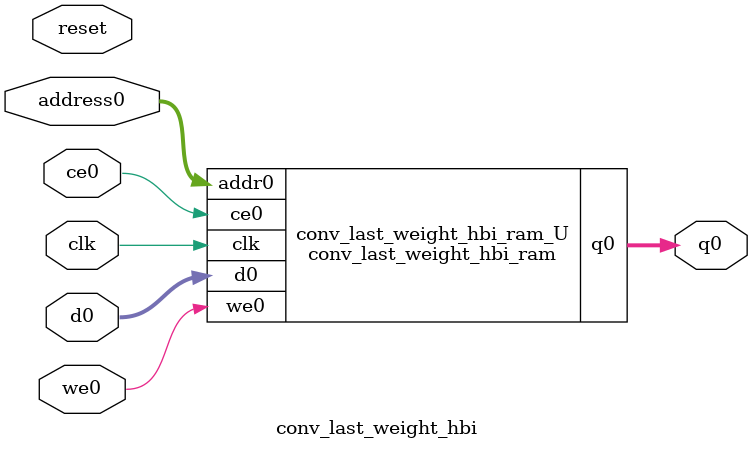
<source format=v>

`timescale 1 ns / 1 ps
module conv_last_weight_hbi_ram (addr0, ce0, d0, we0, q0,  clk);

parameter DWIDTH = 8;
parameter AWIDTH = 14;
parameter MEM_SIZE = 12288;

input[AWIDTH-1:0] addr0;
input ce0;
input[DWIDTH-1:0] d0;
input we0;
output reg[DWIDTH-1:0] q0;
input clk;

(* ram_style = "block" *)reg [DWIDTH-1:0] ram[0:MEM_SIZE-1];




always @(posedge clk)  
begin 
    if (ce0) 
    begin
        if (we0) 
        begin 
            ram[addr0] <= d0; 
            q0 <= d0;
        end 
        else 
            q0 <= ram[addr0];
    end
end


endmodule


`timescale 1 ns / 1 ps
module conv_last_weight_hbi(
    reset,
    clk,
    address0,
    ce0,
    we0,
    d0,
    q0);

parameter DataWidth = 32'd8;
parameter AddressRange = 32'd12288;
parameter AddressWidth = 32'd14;
input reset;
input clk;
input[AddressWidth - 1:0] address0;
input ce0;
input we0;
input[DataWidth - 1:0] d0;
output[DataWidth - 1:0] q0;



conv_last_weight_hbi_ram conv_last_weight_hbi_ram_U(
    .clk( clk ),
    .addr0( address0 ),
    .ce0( ce0 ),
    .d0( d0 ),
    .we0( we0 ),
    .q0( q0 ));

endmodule


</source>
